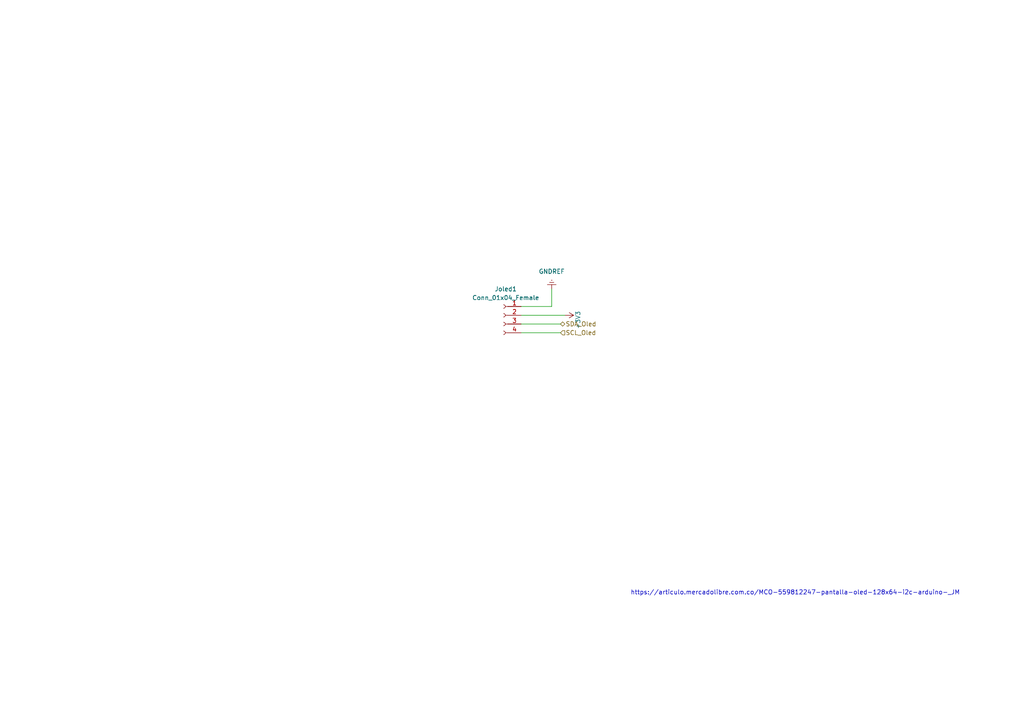
<source format=kicad_sch>
(kicad_sch (version 20211123) (generator eeschema)
  (paper "A4")
  (lib_symbols
    (symbol "Connector:Conn_01x04_Female" (pin_names (offset 1.016) hide)
      (property "Reference" "J" (at 0 5.08 0))
      (property "Value" "Conn_01x04_Female" (at 0 -7.62 0))
      (symbol "Conn_01x04_Female_1_1"
        (arc (start 0 -4.572) (mid -0.508 -5.08) (end 0 -5.588) (stroke (width 0.1524)))
        (arc (start 0 -2.032) (mid -0.508 -2.54) (end 0 -3.048) (stroke (width 0.1524)))
        (polyline (pts (xy -1.27 -5.08) (xy -0.508 -5.08)) (stroke (width 0.1524)))
        (polyline (pts (xy -1.27 -2.54) (xy -0.508 -2.54)) (stroke (width 0.1524)))
        (polyline (pts (xy -1.27 0) (xy -0.508 0)) (stroke (width 0.1524)))
        (polyline (pts (xy -1.27 2.54) (xy -0.508 2.54)) (stroke (width 0.1524)))
        (arc (start 0 0.508) (mid -0.508 0) (end 0 -0.508) (stroke (width 0.1524)))
        (arc (start 0 3.048) (mid -0.508 2.54) (end 0 2.032) (stroke (width 0.1524)))
        (pin passive line (at -5.08 2.54 0) (length 3.81) (name "Pin_1") (number "1"))
        (pin passive line (at -5.08 0 0) (length 3.81) (name "Pin_2") (number "2"))
        (pin passive line (at -5.08 -2.54 0) (length 3.81) (name "Pin_3") (number "3"))
        (pin passive line (at -5.08 -5.08 0) (length 3.81) (name "Pin_4") (number "4"))
      )
    )
    (symbol "power:+3.3V" (power) (pin_names (offset 0))
      (property "Value" "+3.3V" (at 0 3.556 0))
      (symbol "+3.3V_0_1"
        (polyline (pts (xy -0.762 1.27) (xy 0 2.54)))
        (polyline (pts (xy 0 0) (xy 0 2.54)))
        (polyline (pts (xy 0 2.54) (xy 0.762 1.27)))
      )
      (symbol "+3.3V_1_1"
        (pin power_in line (at 0 0 90) (length 0) hide (name "+3V3") (number "1"))
      )
    )
    (symbol "power:GNDREF" (power) (pin_names (offset 0))
      (property "Value" "GNDREF" (at 0 -3.81 0))
      (symbol "GNDREF_0_1"
        (polyline (pts (xy -0.635 -1.905) (xy 0.635 -1.905)))
        (polyline (pts (xy -0.127 -2.54) (xy 0.127 -2.54)))
        (polyline (pts (xy 0 -1.27) (xy 0 0)))
        (polyline (pts (xy 1.27 -1.27) (xy -1.27 -1.27)))
      )
      (symbol "GNDREF_1_1"
        (pin power_in line (at 0 0 270) (length 0) hide (name "GNDREF") (number "1"))
      )
    )
  )
  (wire (pts (xy 160.02 88.9) (xy 160.02 83.82)))
  (wire (pts (xy 151.13 93.98) (xy 162.56 93.98)))
  (wire (pts (xy 151.13 88.9) (xy 160.02 88.9)))
  (wire (pts (xy 151.13 91.44) (xy 163.83 91.44)))
  (wire (pts (xy 151.13 96.52) (xy 162.56 96.52)))
  (text "https://articulo.mercadolibre.com.co/MCO-559812247-pantalla-oled-128x64-i2c-arduino-_JM" (at 182.88 172.72 0) (effects (font (size 1.27 1.27)) (justify left bottom)))
  (hierarchical_label "SDA_Oled" (shape bidirectional) (at 162.56 93.98 0))
  (hierarchical_label "SCL_Oled" (shape input) (at 162.56 96.52 0))
  (symbol (lib_id "Connector:Conn_01x04_Female") (at 146.05 91.44 0) (mirror y) (unit 1)
    (property "Reference" "Joled1" (at 146.685 83.82 0))
    (property "Value" "Conn_01x04_Female" (at 146.685 86.36 0))
    (property "Footprint" "Connector_JST:JST_EH_B4B-EH-A_1x04_P2.50mm_Vertical" (effects hide))
  )
  (symbol (lib_id "power:+3.3V") (at 163.83 91.44 270) (unit 1)
    (property "Reference" "#PWR0139" (effects hide))
    (property "Value" "+3.3V" (at 167.64 90.17 0) (effects (justify left)))
  )
  (symbol (lib_id "power:GNDREF") (at 160.02 83.82 180) (unit 1)
    (property "Reference" "#PWR0138" (effects hide))
    (property "Value" "GNDREF" (at 160.02 78.74 0))
  )
)
</source>
